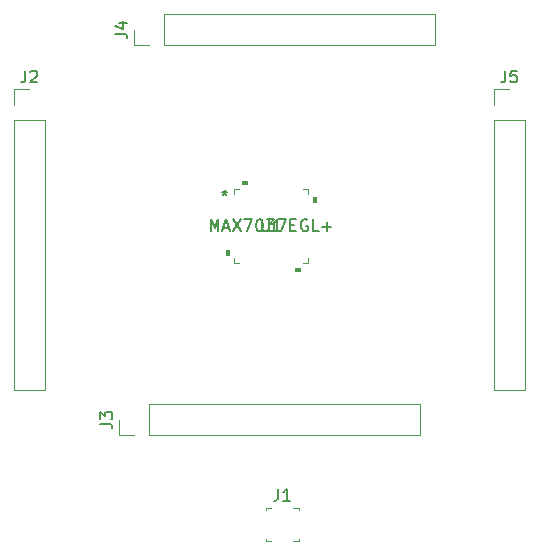
<source format=gbr>
%TF.GenerationSoftware,KiCad,Pcbnew,(5.1.12)-1*%
%TF.CreationDate,2022-02-13T14:47:13-06:00*%
%TF.ProjectId,TranscieverBoard,5472616e-7363-4696-9576-6572426f6172,rev?*%
%TF.SameCoordinates,Original*%
%TF.FileFunction,Legend,Top*%
%TF.FilePolarity,Positive*%
%FSLAX46Y46*%
G04 Gerber Fmt 4.6, Leading zero omitted, Abs format (unit mm)*
G04 Created by KiCad (PCBNEW (5.1.12)-1) date 2022-02-13 14:47:13*
%MOMM*%
%LPD*%
G01*
G04 APERTURE LIST*
%ADD10C,0.120000*%
%ADD11C,0.100000*%
%ADD12C,0.150000*%
G04 APERTURE END LIST*
D10*
%TO.C,U1*%
X113866400Y-76884800D02*
X114280859Y-76884800D01*
X120114800Y-76884800D02*
X120114800Y-76470341D01*
X120114800Y-70636400D02*
X119700341Y-70636400D01*
X113866400Y-70636400D02*
X113866400Y-71050859D01*
X113866400Y-76470341D02*
X113866400Y-76884800D01*
X119700341Y-76884800D02*
X120114800Y-76884800D01*
X120114800Y-71050859D02*
X120114800Y-70636400D01*
X114280859Y-70636400D02*
X113866400Y-70636400D01*
D11*
G36*
X113180600Y-75820101D02*
G01*
X113180600Y-76201101D01*
X113434600Y-76201101D01*
X113434600Y-75820101D01*
X113180600Y-75820101D01*
G37*
X113180600Y-75820101D02*
X113180600Y-76201101D01*
X113434600Y-76201101D01*
X113434600Y-75820101D01*
X113180600Y-75820101D01*
G36*
X119050101Y-77316600D02*
G01*
X119050101Y-77570600D01*
X119431101Y-77570600D01*
X119431101Y-77316600D01*
X119050101Y-77316600D01*
G37*
X119050101Y-77316600D02*
X119050101Y-77570600D01*
X119431101Y-77570600D01*
X119431101Y-77316600D01*
X119050101Y-77316600D01*
G36*
X120800600Y-71320099D02*
G01*
X120800600Y-71701099D01*
X120546600Y-71701099D01*
X120546600Y-71320099D01*
X120800600Y-71320099D01*
G37*
X120800600Y-71320099D02*
X120800600Y-71701099D01*
X120546600Y-71701099D01*
X120546600Y-71320099D01*
X120800600Y-71320099D01*
G36*
X114550099Y-70204600D02*
G01*
X114550099Y-69950600D01*
X114931099Y-69950600D01*
X114931099Y-70204600D01*
X114550099Y-70204600D01*
G37*
X114550099Y-70204600D02*
X114550099Y-69950600D01*
X114931099Y-69950600D01*
X114931099Y-70204600D01*
X114550099Y-70204600D01*
D10*
%TO.C,J5*%
X135830000Y-62170000D02*
X137160000Y-62170000D01*
X135830000Y-63500000D02*
X135830000Y-62170000D01*
X135830000Y-64770000D02*
X138490000Y-64770000D01*
X138490000Y-64770000D02*
X138490000Y-87690000D01*
X135830000Y-64770000D02*
X135830000Y-87690000D01*
X135830000Y-87690000D02*
X138490000Y-87690000D01*
%TO.C,J4*%
X105350000Y-58480000D02*
X105350000Y-57150000D01*
X106680000Y-58480000D02*
X105350000Y-58480000D01*
X107950000Y-58480000D02*
X107950000Y-55820000D01*
X107950000Y-55820000D02*
X130870000Y-55820000D01*
X107950000Y-58480000D02*
X130870000Y-58480000D01*
X130870000Y-58480000D02*
X130870000Y-55820000D01*
%TO.C,J3*%
X104080000Y-91500000D02*
X104080000Y-90170000D01*
X105410000Y-91500000D02*
X104080000Y-91500000D01*
X106680000Y-91500000D02*
X106680000Y-88840000D01*
X106680000Y-88840000D02*
X129600000Y-88840000D01*
X106680000Y-91500000D02*
X129600000Y-91500000D01*
X129600000Y-91500000D02*
X129600000Y-88840000D01*
%TO.C,J2*%
X95190000Y-62170000D02*
X96520000Y-62170000D01*
X95190000Y-63500000D02*
X95190000Y-62170000D01*
X95190000Y-64770000D02*
X97850000Y-64770000D01*
X97850000Y-64770000D02*
X97850000Y-87690000D01*
X95190000Y-64770000D02*
X95190000Y-87690000D01*
X95190000Y-87690000D02*
X97850000Y-87690000D01*
D11*
%TO.C,J1*%
X119330000Y-100460000D02*
X118830000Y-100460000D01*
X119330000Y-100260000D02*
X119330000Y-100460000D01*
X116530000Y-100260000D02*
X116530000Y-100460000D01*
X116530000Y-100460000D02*
X117030000Y-100460000D01*
X116530000Y-97660000D02*
X117030000Y-97660000D01*
X116530000Y-97660000D02*
X116530000Y-97860000D01*
X119330000Y-97660000D02*
X119330000Y-97860000D01*
X119330000Y-97660000D02*
X118830000Y-97660000D01*
%TO.C,U1*%
D12*
X116228695Y-73212980D02*
X116228695Y-74022504D01*
X116276314Y-74117742D01*
X116323933Y-74165361D01*
X116419171Y-74212980D01*
X116609647Y-74212980D01*
X116704885Y-74165361D01*
X116752504Y-74117742D01*
X116800123Y-74022504D01*
X116800123Y-73212980D01*
X117800123Y-74212980D02*
X117228695Y-74212980D01*
X117514409Y-74212980D02*
X117514409Y-73212980D01*
X117419171Y-73355838D01*
X117323933Y-73451076D01*
X117228695Y-73498695D01*
X111871552Y-74212980D02*
X111871552Y-73212980D01*
X112204885Y-73927266D01*
X112538219Y-73212980D01*
X112538219Y-74212980D01*
X112966790Y-73927266D02*
X113442980Y-73927266D01*
X112871552Y-74212980D02*
X113204885Y-73212980D01*
X113538219Y-74212980D01*
X113776314Y-73212980D02*
X114442980Y-74212980D01*
X114442980Y-73212980D02*
X113776314Y-74212980D01*
X114728695Y-73212980D02*
X115395361Y-73212980D01*
X114966790Y-74212980D01*
X115966790Y-73212980D02*
X116062028Y-73212980D01*
X116157266Y-73260600D01*
X116204885Y-73308219D01*
X116252504Y-73403457D01*
X116300123Y-73593933D01*
X116300123Y-73832028D01*
X116252504Y-74022504D01*
X116204885Y-74117742D01*
X116157266Y-74165361D01*
X116062028Y-74212980D01*
X115966790Y-74212980D01*
X115871552Y-74165361D01*
X115823933Y-74117742D01*
X115776314Y-74022504D01*
X115728695Y-73832028D01*
X115728695Y-73593933D01*
X115776314Y-73403457D01*
X115823933Y-73308219D01*
X115871552Y-73260600D01*
X115966790Y-73212980D01*
X116633457Y-73212980D02*
X117252504Y-73212980D01*
X116919171Y-73593933D01*
X117062028Y-73593933D01*
X117157266Y-73641552D01*
X117204885Y-73689171D01*
X117252504Y-73784409D01*
X117252504Y-74022504D01*
X117204885Y-74117742D01*
X117157266Y-74165361D01*
X117062028Y-74212980D01*
X116776314Y-74212980D01*
X116681076Y-74165361D01*
X116633457Y-74117742D01*
X117585838Y-73212980D02*
X118252504Y-73212980D01*
X117823933Y-74212980D01*
X118633457Y-73689171D02*
X118966790Y-73689171D01*
X119109647Y-74212980D02*
X118633457Y-74212980D01*
X118633457Y-73212980D01*
X119109647Y-73212980D01*
X120062028Y-73260600D02*
X119966790Y-73212980D01*
X119823933Y-73212980D01*
X119681076Y-73260600D01*
X119585838Y-73355838D01*
X119538219Y-73451076D01*
X119490600Y-73641552D01*
X119490600Y-73784409D01*
X119538219Y-73974885D01*
X119585838Y-74070123D01*
X119681076Y-74165361D01*
X119823933Y-74212980D01*
X119919171Y-74212980D01*
X120062028Y-74165361D01*
X120109647Y-74117742D01*
X120109647Y-73784409D01*
X119919171Y-73784409D01*
X121014409Y-74212980D02*
X120538219Y-74212980D01*
X120538219Y-73212980D01*
X121347742Y-73832028D02*
X122109647Y-73832028D01*
X121728695Y-74212980D02*
X121728695Y-73451076D01*
X113053600Y-70712980D02*
X113053600Y-70951076D01*
X112815504Y-70855838D02*
X113053600Y-70951076D01*
X113291695Y-70855838D01*
X112910742Y-71141552D02*
X113053600Y-70951076D01*
X113196457Y-71141552D01*
X113053600Y-70712980D02*
X113053600Y-70951076D01*
X112815504Y-70855838D02*
X113053600Y-70951076D01*
X113291695Y-70855838D01*
X112910742Y-71141552D02*
X113053600Y-70951076D01*
X113196457Y-71141552D01*
%TO.C,J5*%
X136826666Y-60622380D02*
X136826666Y-61336666D01*
X136779047Y-61479523D01*
X136683809Y-61574761D01*
X136540952Y-61622380D01*
X136445714Y-61622380D01*
X137779047Y-60622380D02*
X137302857Y-60622380D01*
X137255238Y-61098571D01*
X137302857Y-61050952D01*
X137398095Y-61003333D01*
X137636190Y-61003333D01*
X137731428Y-61050952D01*
X137779047Y-61098571D01*
X137826666Y-61193809D01*
X137826666Y-61431904D01*
X137779047Y-61527142D01*
X137731428Y-61574761D01*
X137636190Y-61622380D01*
X137398095Y-61622380D01*
X137302857Y-61574761D01*
X137255238Y-61527142D01*
%TO.C,J4*%
X103802380Y-57483333D02*
X104516666Y-57483333D01*
X104659523Y-57530952D01*
X104754761Y-57626190D01*
X104802380Y-57769047D01*
X104802380Y-57864285D01*
X104135714Y-56578571D02*
X104802380Y-56578571D01*
X103754761Y-56816666D02*
X104469047Y-57054761D01*
X104469047Y-56435714D01*
%TO.C,J3*%
X102532380Y-90503333D02*
X103246666Y-90503333D01*
X103389523Y-90550952D01*
X103484761Y-90646190D01*
X103532380Y-90789047D01*
X103532380Y-90884285D01*
X102532380Y-90122380D02*
X102532380Y-89503333D01*
X102913333Y-89836666D01*
X102913333Y-89693809D01*
X102960952Y-89598571D01*
X103008571Y-89550952D01*
X103103809Y-89503333D01*
X103341904Y-89503333D01*
X103437142Y-89550952D01*
X103484761Y-89598571D01*
X103532380Y-89693809D01*
X103532380Y-89979523D01*
X103484761Y-90074761D01*
X103437142Y-90122380D01*
%TO.C,J2*%
X96186666Y-60622380D02*
X96186666Y-61336666D01*
X96139047Y-61479523D01*
X96043809Y-61574761D01*
X95900952Y-61622380D01*
X95805714Y-61622380D01*
X96615238Y-60717619D02*
X96662857Y-60670000D01*
X96758095Y-60622380D01*
X96996190Y-60622380D01*
X97091428Y-60670000D01*
X97139047Y-60717619D01*
X97186666Y-60812857D01*
X97186666Y-60908095D01*
X97139047Y-61050952D01*
X96567619Y-61622380D01*
X97186666Y-61622380D01*
%TO.C,J1*%
X117596666Y-96022380D02*
X117596666Y-96736666D01*
X117549047Y-96879523D01*
X117453809Y-96974761D01*
X117310952Y-97022380D01*
X117215714Y-97022380D01*
X118596666Y-97022380D02*
X118025238Y-97022380D01*
X118310952Y-97022380D02*
X118310952Y-96022380D01*
X118215714Y-96165238D01*
X118120476Y-96260476D01*
X118025238Y-96308095D01*
%TD*%
M02*

</source>
